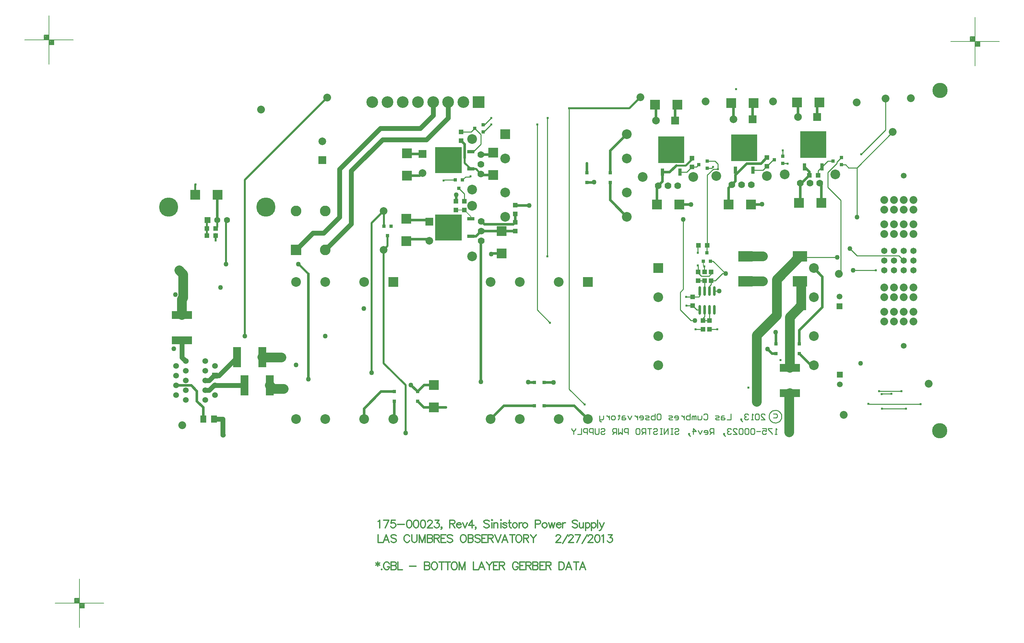
<source format=gbl>
%FSLAX23Y23*%
%MOIN*%
G70*
G01*
G75*
G04 Layer_Physical_Order=5*
G04 Layer_Color=16711680*
%ADD10O,0.024X0.079*%
%ADD11R,0.050X0.050*%
%ADD12O,0.014X0.067*%
%ADD13R,0.059X0.039*%
%ADD14R,0.036X0.036*%
%ADD15R,0.209X0.079*%
%ADD16C,0.010*%
%ADD17C,0.025*%
%ADD18C,0.050*%
%ADD19C,0.020*%
%ADD20C,0.100*%
%ADD21C,0.007*%
%ADD22C,0.012*%
%ADD23C,0.008*%
%ADD24C,0.012*%
%ADD25C,0.012*%
%ADD26R,0.100X0.100*%
%ADD27C,0.100*%
%ADD28R,0.100X0.100*%
%ADD29C,0.020*%
%ADD30C,0.063*%
%ADD31R,0.063X0.063*%
%ADD32C,0.070*%
%ADD33C,0.110*%
%ADD34R,0.110X0.110*%
%ADD35C,0.079*%
%ADD36C,0.059*%
%ADD37C,0.080*%
%ADD38C,0.065*%
%ADD39R,0.059X0.059*%
%ADD40R,0.059X0.059*%
%ADD41C,0.120*%
%ADD42R,0.120X0.120*%
%ADD43R,0.079X0.079*%
%ADD44R,0.079X0.079*%
%ADD45C,0.197*%
%ADD46C,0.157*%
%ADD47C,0.024*%
%ADD48C,0.050*%
%ADD49C,0.040*%
%ADD50C,0.005*%
G04:AMPARAMS|DCode=51|XSize=120mil|YSize=120mil|CornerRadius=0mil|HoleSize=0mil|Usage=FLASHONLY|Rotation=0.000|XOffset=0mil|YOffset=0mil|HoleType=Round|Shape=Relief|Width=10mil|Gap=10mil|Entries=4|*
%AMTHD51*
7,0,0,0.120,0.100,0.010,45*
%
%ADD51THD51*%
%ADD52C,0.030*%
%ADD53C,0.059*%
%ADD54C,0.060*%
G04:AMPARAMS|DCode=55|XSize=100mil|YSize=100mil|CornerRadius=0mil|HoleSize=0mil|Usage=FLASHONLY|Rotation=0.000|XOffset=0mil|YOffset=0mil|HoleType=Round|Shape=Relief|Width=10mil|Gap=10mil|Entries=4|*
%AMTHD55*
7,0,0,0.100,0.080,0.010,45*
%
%ADD55THD55*%
%ADD56C,0.091*%
%ADD57C,0.067*%
%ADD58C,0.170*%
%ADD59C,0.072*%
G04:AMPARAMS|DCode=60|XSize=112mil|YSize=112mil|CornerRadius=0mil|HoleSize=0mil|Usage=FLASHONLY|Rotation=0.000|XOffset=0mil|YOffset=0mil|HoleType=Round|Shape=Relief|Width=10mil|Gap=10mil|Entries=4|*
%AMTHD60*
7,0,0,0.112,0.092,0.010,45*
%
%ADD60THD60*%
%ADD61C,0.059*%
%ADD62C,0.055*%
G04:AMPARAMS|DCode=63|XSize=95.433mil|YSize=95.433mil|CornerRadius=0mil|HoleSize=0mil|Usage=FLASHONLY|Rotation=0.000|XOffset=0mil|YOffset=0mil|HoleType=Round|Shape=Relief|Width=10mil|Gap=10mil|Entries=4|*
%AMTHD63*
7,0,0,0.095,0.075,0.010,45*
%
%ADD63THD63*%
%ADD64C,0.090*%
G04:AMPARAMS|DCode=65|XSize=107.244mil|YSize=107.244mil|CornerRadius=0mil|HoleSize=0mil|Usage=FLASHONLY|Rotation=0.000|XOffset=0mil|YOffset=0mil|HoleType=Round|Shape=Relief|Width=10mil|Gap=10mil|Entries=4|*
%AMTHD65*
7,0,0,0.107,0.087,0.010,45*
%
%ADD65THD65*%
%ADD66C,0.145*%
%ADD67C,0.186*%
G04:AMPARAMS|DCode=68|XSize=70mil|YSize=70mil|CornerRadius=0mil|HoleSize=0mil|Usage=FLASHONLY|Rotation=0.000|XOffset=0mil|YOffset=0mil|HoleType=Round|Shape=Relief|Width=10mil|Gap=10mil|Entries=4|*
%AMTHD68*
7,0,0,0.070,0.050,0.010,45*
%
%ADD68THD68*%
%ADD69C,0.048*%
G04:AMPARAMS|DCode=70|XSize=88mil|YSize=88mil|CornerRadius=0mil|HoleSize=0mil|Usage=FLASHONLY|Rotation=0.000|XOffset=0mil|YOffset=0mil|HoleType=Round|Shape=Relief|Width=10mil|Gap=10mil|Entries=4|*
%AMTHD70*
7,0,0,0.088,0.068,0.010,45*
%
%ADD70THD70*%
%ADD71C,0.008*%
G04:AMPARAMS|DCode=72|XSize=99.37mil|YSize=99.37mil|CornerRadius=0mil|HoleSize=0mil|Usage=FLASHONLY|Rotation=0.000|XOffset=0mil|YOffset=0mil|HoleType=Round|Shape=Relief|Width=10mil|Gap=10mil|Entries=4|*
%AMTHD72*
7,0,0,0.099,0.079,0.010,45*
%
%ADD72THD72*%
%ADD73R,0.268X0.272*%
%ADD74R,0.037X0.075*%
%ADD75R,0.035X0.037*%
%ADD76R,0.035X0.037*%
%ADD77R,0.102X0.094*%
%ADD78R,0.063X0.075*%
%ADD79O,0.028X0.098*%
%ADD80R,0.036X0.032*%
%ADD81R,0.150X0.106*%
%ADD82R,0.050X0.050*%
%ADD83R,0.036X0.036*%
%ADD84R,0.272X0.268*%
%ADD85R,0.075X0.037*%
%ADD86R,0.032X0.036*%
%ADD87R,0.079X0.209*%
D11*
X21370Y18170D02*
D03*
Y18080D02*
D03*
X20847Y18208D02*
D03*
Y18118D02*
D03*
X21369Y17992D02*
D03*
Y17902D02*
D03*
X20759Y18119D02*
D03*
Y18209D02*
D03*
X23250Y17392D02*
D03*
Y17482D02*
D03*
X23383Y17481D02*
D03*
Y17391D02*
D03*
X20813Y18833D02*
D03*
Y18923D02*
D03*
X23956Y18568D02*
D03*
Y18658D02*
D03*
X23185Y18561D02*
D03*
Y18651D02*
D03*
X23191Y17225D02*
D03*
Y17135D02*
D03*
X23316Y17392D02*
D03*
Y17482D02*
D03*
X23300Y16981D02*
D03*
Y16891D02*
D03*
X23367D02*
D03*
Y16981D02*
D03*
D14*
X24118Y18672D02*
D03*
X24032Y18635D02*
D03*
X24118Y18598D02*
D03*
X23342Y18548D02*
D03*
X23256Y18585D02*
D03*
X23342Y18622D02*
D03*
X21038Y18923D02*
D03*
X20952Y18960D02*
D03*
X21038Y18997D02*
D03*
X24723Y18659D02*
D03*
X24637Y18622D02*
D03*
X24723Y18585D02*
D03*
D15*
X24191Y16497D02*
D03*
Y16237D02*
D03*
X17943Y17038D02*
D03*
Y16778D02*
D03*
D16*
X24107Y15995D02*
X24106Y16005D01*
X24104Y16014D01*
X24100Y16024D01*
X24095Y16032D01*
X24089Y16040D01*
X24082Y16046D01*
X24073Y16052D01*
X24064Y16056D01*
X24055Y16058D01*
X24045Y16060D01*
X24035Y16059D01*
X24025Y16057D01*
X24016Y16054D01*
X24007Y16049D01*
X23999Y16043D01*
X23992Y16036D01*
X23987Y16028D01*
X23982Y16019D01*
X23979Y16010D01*
X23978Y16000D01*
Y15990D01*
X23979Y15980D01*
X23982Y15971D01*
X23987Y15962D01*
X23992Y15954D01*
X23999Y15947D01*
X24007Y15941D01*
X24016Y15936D01*
X24025Y15933D01*
X24035Y15931D01*
X24045Y15930D01*
X24055Y15931D01*
X24064Y15934D01*
X24073Y15938D01*
X24082Y15943D01*
X24089Y15950D01*
X24095Y15958D01*
X24100Y15966D01*
X24104Y15975D01*
X24106Y15985D01*
X24107Y15995D01*
X24843Y17499D02*
X25076D01*
X25077Y17500D01*
X23404Y18540D02*
X23452D01*
X23343Y18479D02*
X23404Y18540D01*
X23343Y17755D02*
Y18479D01*
X23452Y18540D02*
Y18593D01*
X23423Y18622D02*
X23452Y18593D01*
X23342Y18622D02*
X23423D01*
X24118Y18672D02*
Y18732D01*
X25176Y18942D02*
Y19266D01*
X24927Y18693D02*
X25176Y18942D01*
X20632Y18423D02*
X20637Y18428D01*
X20753D01*
X21038Y18997D02*
X21052D01*
X21121Y19066D01*
X21699Y19060D02*
X21703Y19064D01*
X21699Y17641D02*
Y19060D01*
X24696Y17463D02*
X24715Y17482D01*
Y18220D01*
X24582Y18353D02*
X24715Y18220D01*
X24582Y18353D02*
Y18505D01*
X24675Y18598D01*
Y18611D01*
X24723Y18659D01*
X20952Y18959D02*
Y18960D01*
Y18959D02*
X21015Y18896D01*
Y18796D02*
Y18896D01*
X20940Y18720D02*
X21015Y18796D01*
X20911Y18720D02*
X20940D01*
X21595Y17091D02*
X21727Y16959D01*
X21595Y17091D02*
Y18998D01*
X21045Y18923D02*
X21121Y18999D01*
X21038Y18923D02*
X21045D01*
X20813D02*
X20915D01*
X20952Y18960D01*
X20790Y18342D02*
X20847Y18285D01*
Y18208D02*
Y18285D01*
X20859Y18460D02*
X20905D01*
X20910Y18465D01*
X20827Y18428D02*
X20859Y18460D01*
X23389Y18548D02*
X23403Y18562D01*
X23342Y18548D02*
X23389D01*
X23063Y18508D02*
X23132D01*
X23185Y18561D01*
X23232D01*
X23256Y18585D01*
X24797Y18553D02*
X24881D01*
X24765Y18585D02*
X24797Y18553D01*
X24723Y18585D02*
X24765D01*
X24482Y18476D02*
Y18522D01*
X24523Y18562D01*
X24582Y18622D01*
X24637D01*
X23811Y18528D02*
X23916D01*
X23956Y18568D01*
X24023Y18635D01*
X24032D01*
X24169Y18598D02*
X24170Y18597D01*
X24118Y18598D02*
X24169D01*
X23340Y17752D02*
X23343Y17755D01*
X23340Y17678D02*
Y17752D01*
X23377Y17592D02*
X23403D01*
X23531Y17464D01*
X23383Y17461D02*
Y17481D01*
X23362Y17440D02*
X23383Y17461D01*
X23281Y17440D02*
X23362D01*
X23250Y17471D02*
X23281Y17440D01*
X23250Y17471D02*
Y17482D01*
X23174Y16981D02*
X23215D01*
X23064Y17091D02*
X23174Y16981D01*
X23064Y17091D02*
Y17273D01*
X23096Y17305D01*
Y18021D01*
X24881Y18047D02*
Y18553D01*
X25250Y18922D01*
X22081Y16115D02*
Y16118D01*
X21923Y16276D02*
X22081Y16118D01*
X21923Y16276D02*
Y19167D01*
X24297Y17641D02*
X24306Y17632D01*
X24680D01*
X23247Y17549D02*
X23250Y17546D01*
Y17482D02*
Y17546D01*
X23312Y17486D02*
X23316Y17482D01*
X23312Y17486D02*
Y17539D01*
X23303Y17548D02*
X23312Y17539D01*
X23247Y17679D02*
Y17749D01*
X23253Y17755D01*
X23443Y16891D02*
X23444Y16892D01*
X23367Y16891D02*
X23443D01*
X23191Y17225D02*
X23254D01*
X23266Y17237D01*
Y17285D01*
X23124Y17225D02*
X23191D01*
Y17135D02*
X23234Y17092D01*
X23266D01*
X23128Y17135D02*
X23191D01*
X23464Y17285D02*
X23465Y17287D01*
X23416Y17285D02*
X23464D01*
X23223Y16892D02*
X23224Y16891D01*
X23300D01*
X23426Y17391D02*
X23499Y17464D01*
X23531D01*
X23316Y17285D02*
Y17392D01*
X23250D02*
X23316D01*
X23383Y17391D02*
X23426D01*
X23383Y17353D02*
Y17391D01*
X23366Y17336D02*
X23383Y17353D01*
X23366Y17285D02*
Y17336D01*
X23316Y17021D02*
Y17092D01*
X23300Y17005D02*
X23316Y17021D01*
X23300Y16981D02*
Y17005D01*
Y16981D02*
X23367D01*
Y17091D01*
X25312Y17649D02*
X25362Y17598D01*
X24882Y17649D02*
X25312D01*
X24810Y17721D02*
X24882Y17649D01*
X25109Y16254D02*
X25338D01*
X25134Y16227D02*
X25135Y16228D01*
X25236D01*
X25139Y16074D02*
X25384D01*
X25138Y16075D02*
X25139Y16074D01*
X25000Y16122D02*
X25537D01*
X24998Y16124D02*
X25000Y16122D01*
X24058Y15812D02*
X24038D01*
X24048D01*
Y15872D01*
X24058Y15862D01*
X24008Y15872D02*
X23968D01*
Y15862D01*
X24008Y15822D01*
Y15812D01*
X23908Y15872D02*
X23948D01*
Y15842D01*
X23928Y15852D01*
X23918D01*
X23908Y15842D01*
Y15822D01*
X23918Y15812D01*
X23938D01*
X23948Y15822D01*
X23888Y15842D02*
X23848D01*
X23828Y15862D02*
X23818Y15872D01*
X23798D01*
X23788Y15862D01*
Y15822D01*
X23798Y15812D01*
X23818D01*
X23828Y15822D01*
Y15862D01*
X23768D02*
X23758Y15872D01*
X23738D01*
X23728Y15862D01*
Y15822D01*
X23738Y15812D01*
X23758D01*
X23768Y15822D01*
Y15862D01*
X23708D02*
X23698Y15872D01*
X23678D01*
X23668Y15862D01*
Y15822D01*
X23678Y15812D01*
X23698D01*
X23708Y15822D01*
Y15862D01*
X23608Y15812D02*
X23648D01*
X23608Y15852D01*
Y15862D01*
X23618Y15872D01*
X23638D01*
X23648Y15862D01*
X23588D02*
X23578Y15872D01*
X23558D01*
X23548Y15862D01*
Y15852D01*
X23558Y15842D01*
X23568D01*
X23558D01*
X23548Y15832D01*
Y15822D01*
X23558Y15812D01*
X23578D01*
X23588Y15822D01*
X23518Y15802D02*
X23508Y15812D01*
Y15822D01*
X23518D01*
Y15812D01*
X23508D01*
X23518Y15802D01*
X23528Y15792D01*
X23408Y15812D02*
Y15872D01*
X23378D01*
X23368Y15862D01*
Y15842D01*
X23378Y15832D01*
X23408D01*
X23388D02*
X23368Y15812D01*
X23318D02*
X23338D01*
X23348Y15822D01*
Y15842D01*
X23338Y15852D01*
X23318D01*
X23308Y15842D01*
Y15832D01*
X23348D01*
X23288Y15852D02*
X23268Y15812D01*
X23248Y15852D01*
X23198Y15812D02*
Y15872D01*
X23228Y15842D01*
X23188D01*
X23158Y15802D02*
X23148Y15812D01*
Y15822D01*
X23158D01*
Y15812D01*
X23148D01*
X23158Y15802D01*
X23168Y15792D01*
X23008Y15862D02*
X23018Y15872D01*
X23038D01*
X23048Y15862D01*
Y15852D01*
X23038Y15842D01*
X23018D01*
X23008Y15832D01*
Y15822D01*
X23018Y15812D01*
X23038D01*
X23048Y15822D01*
X22989Y15872D02*
X22969D01*
X22979D01*
Y15812D01*
X22989D01*
X22969D01*
X22939D02*
Y15872D01*
X22899Y15812D01*
Y15872D01*
X22879D02*
X22859D01*
X22869D01*
Y15812D01*
X22879D01*
X22859D01*
X22789Y15862D02*
X22799Y15872D01*
X22819D01*
X22829Y15862D01*
Y15852D01*
X22819Y15842D01*
X22799D01*
X22789Y15832D01*
Y15822D01*
X22799Y15812D01*
X22819D01*
X22829Y15822D01*
X22769Y15872D02*
X22729D01*
X22749D01*
Y15812D01*
X22709D02*
Y15872D01*
X22679D01*
X22669Y15862D01*
Y15842D01*
X22679Y15832D01*
X22709D01*
X22689D02*
X22669Y15812D01*
X22619Y15872D02*
X22639D01*
X22649Y15862D01*
Y15822D01*
X22639Y15812D01*
X22619D01*
X22609Y15822D01*
Y15862D01*
X22619Y15872D01*
X22529Y15812D02*
Y15872D01*
X22499D01*
X22489Y15862D01*
Y15842D01*
X22499Y15832D01*
X22529D01*
X22469Y15872D02*
Y15812D01*
X22449Y15832D01*
X22429Y15812D01*
Y15872D01*
X22409Y15812D02*
Y15872D01*
X22379D01*
X22369Y15862D01*
Y15842D01*
X22379Y15832D01*
X22409D01*
X22389D02*
X22369Y15812D01*
X22249Y15862D02*
X22259Y15872D01*
X22279D01*
X22289Y15862D01*
Y15852D01*
X22279Y15842D01*
X22259D01*
X22249Y15832D01*
Y15822D01*
X22259Y15812D01*
X22279D01*
X22289Y15822D01*
X22229Y15872D02*
Y15822D01*
X22219Y15812D01*
X22199D01*
X22189Y15822D01*
Y15872D01*
X22169Y15812D02*
Y15872D01*
X22139D01*
X22129Y15862D01*
Y15842D01*
X22139Y15832D01*
X22169D01*
X22109Y15812D02*
Y15872D01*
X22079D01*
X22069Y15862D01*
Y15842D01*
X22079Y15832D01*
X22109D01*
X22049Y15872D02*
Y15812D01*
X22009D01*
X21989Y15872D02*
Y15862D01*
X21969Y15842D01*
X21949Y15862D01*
Y15872D01*
X21969Y15842D02*
Y15812D01*
X24023Y16022D02*
X24053D01*
X24063Y16012D01*
Y15992D01*
X24053Y15982D01*
X24023D01*
X23895Y15961D02*
X23935D01*
X23895Y16001D01*
Y16011D01*
X23905Y16021D01*
X23925D01*
X23935Y16011D01*
X23875D02*
X23865Y16021D01*
X23845D01*
X23835Y16011D01*
Y15971D01*
X23845Y15961D01*
X23865D01*
X23875Y15971D01*
Y16011D01*
X23815Y15961D02*
X23795D01*
X23805D01*
Y16021D01*
X23815Y16011D01*
X23765D02*
X23755Y16021D01*
X23735D01*
X23725Y16011D01*
Y16001D01*
X23735Y15991D01*
X23745D01*
X23735D01*
X23725Y15981D01*
Y15971D01*
X23735Y15961D01*
X23755D01*
X23765Y15971D01*
X23695Y15951D02*
X23685Y15961D01*
Y15971D01*
X23695D01*
Y15961D01*
X23685D01*
X23695Y15951D01*
X23705Y15941D01*
X23585Y16021D02*
Y15961D01*
X23545D01*
X23515Y16001D02*
X23495D01*
X23485Y15991D01*
Y15961D01*
X23515D01*
X23525Y15971D01*
X23515Y15981D01*
X23485D01*
X23465Y15961D02*
X23435D01*
X23425Y15971D01*
X23435Y15981D01*
X23455D01*
X23465Y15991D01*
X23455Y16001D01*
X23425D01*
X23305Y16011D02*
X23315Y16021D01*
X23335D01*
X23345Y16011D01*
Y15971D01*
X23335Y15961D01*
X23315D01*
X23305Y15971D01*
X23285Y16001D02*
Y15971D01*
X23275Y15961D01*
X23245D01*
Y16001D01*
X23225Y15961D02*
Y16001D01*
X23215D01*
X23205Y15991D01*
Y15961D01*
Y15991D01*
X23195Y16001D01*
X23185Y15991D01*
Y15961D01*
X23165Y16021D02*
Y15961D01*
X23135D01*
X23125Y15971D01*
Y15981D01*
Y15991D01*
X23135Y16001D01*
X23165D01*
X23105D02*
Y15961D01*
Y15981D01*
X23095Y15991D01*
X23085Y16001D01*
X23075D01*
X23015Y15961D02*
X23035D01*
X23045Y15971D01*
Y15991D01*
X23035Y16001D01*
X23015D01*
X23005Y15991D01*
Y15981D01*
X23045D01*
X22985Y15961D02*
X22955D01*
X22945Y15971D01*
X22955Y15981D01*
X22975D01*
X22985Y15991D01*
X22975Y16001D01*
X22945D01*
X22836Y16021D02*
X22856D01*
X22866Y16011D01*
Y15971D01*
X22856Y15961D01*
X22836D01*
X22826Y15971D01*
Y16011D01*
X22836Y16021D01*
X22806D02*
Y15961D01*
X22776D01*
X22766Y15971D01*
Y15981D01*
Y15991D01*
X22776Y16001D01*
X22806D01*
X22746Y15961D02*
X22716D01*
X22706Y15971D01*
X22716Y15981D01*
X22736D01*
X22746Y15991D01*
X22736Y16001D01*
X22706D01*
X22656Y15961D02*
X22676D01*
X22686Y15971D01*
Y15991D01*
X22676Y16001D01*
X22656D01*
X22646Y15991D01*
Y15981D01*
X22686D01*
X22626Y16001D02*
Y15961D01*
Y15981D01*
X22616Y15991D01*
X22606Y16001D01*
X22596D01*
X22566D02*
X22546Y15961D01*
X22526Y16001D01*
X22496D02*
X22476D01*
X22466Y15991D01*
Y15961D01*
X22496D01*
X22506Y15971D01*
X22496Y15981D01*
X22466D01*
X22436Y16011D02*
Y16001D01*
X22446D01*
X22426D01*
X22436D01*
Y15971D01*
X22426Y15961D01*
X22386D02*
X22366D01*
X22356Y15971D01*
Y15991D01*
X22366Y16001D01*
X22386D01*
X22396Y15991D01*
Y15971D01*
X22386Y15961D01*
X22336Y16001D02*
Y15961D01*
Y15981D01*
X22326Y15991D01*
X22316Y16001D01*
X22306D01*
X22276D02*
Y15971D01*
X22266Y15961D01*
X22236D01*
Y15951D01*
X22246Y15941D01*
X22256D01*
X22236Y15961D02*
Y16001D01*
D17*
X17882Y16314D02*
X18040D01*
X18097Y16257D01*
Y16153D02*
Y16257D01*
Y16153D02*
X18162Y16088D01*
X18304Y18270D02*
X18310Y18276D01*
X18304Y18014D02*
Y18270D01*
X20468Y17819D02*
X20486Y17801D01*
X20269Y17819D02*
X20468D01*
Y18016D02*
X20486Y17998D01*
X20262Y18016D02*
X20468D01*
X23185Y18640D02*
Y18651D01*
X22955Y18508D02*
X23024Y18577D01*
X22883Y18508D02*
X22955D01*
X23895Y18597D02*
X23956Y18658D01*
X23749Y18597D02*
X23895D01*
X23631Y18479D02*
X23749Y18597D01*
X23012Y19175D02*
X23037Y19201D01*
X23012Y19038D02*
Y19175D01*
X22807Y19201D02*
X22815Y19193D01*
Y19038D02*
Y19193D01*
X23175Y18176D02*
X23176Y18177D01*
X23054Y18176D02*
X23175D01*
X22839Y18369D02*
X22883Y18413D01*
X22824Y18354D02*
X22839Y18369D01*
X22883Y18413D02*
Y18508D01*
X22824Y18176D02*
Y18354D01*
X23902Y18176D02*
X23906Y18180D01*
X23791Y18176D02*
X23902D01*
X23595Y18378D02*
X23631Y18414D01*
X23561Y18344D02*
X23595Y18378D01*
X23631Y18414D02*
Y18479D01*
X23561Y18176D02*
Y18344D01*
X21123Y17666D02*
X21128Y17671D01*
X21229D01*
X21376Y18164D02*
X21511D01*
X21370Y18170D02*
X21376Y18164D01*
X21369Y17992D02*
X21370Y17993D01*
X21348Y17971D02*
X21369Y17992D01*
X21019Y18003D02*
X21051Y17971D01*
X21348D01*
X21370Y17993D02*
Y18080D01*
X21368Y17901D02*
X21369Y17902D01*
X21229Y17901D02*
X21368D01*
X21019Y17903D02*
X21021Y17901D01*
X21229D01*
X20759Y18209D02*
X20761Y18211D01*
Y18274D01*
X20964Y17849D02*
X21019Y17903D01*
X20912Y17849D02*
X20964D01*
X21016Y18490D02*
X21028Y18478D01*
X20813Y18833D02*
X20850Y18796D01*
Y18656D02*
Y18796D01*
X21028Y18478D02*
X21142D01*
X24047Y16861D02*
X24049Y16859D01*
Y16742D02*
Y16859D01*
X23589Y19218D02*
X23611Y19196D01*
Y19051D02*
Y19196D01*
X23808Y19207D02*
X23819Y19218D01*
X23808Y19051D02*
Y19207D01*
X23962Y16690D02*
X24010Y16642D01*
X24049D01*
X24439Y17521D02*
X24527Y17433D01*
Y17119D02*
Y17433D01*
X24289Y16881D02*
X24527Y17119D01*
X24289Y16742D02*
Y16881D01*
X24410Y16521D02*
X24439D01*
X24289Y16642D02*
X24410Y16521D01*
X22176Y18401D02*
X22179Y18404D01*
X22104Y18401D02*
X22176D01*
X20256Y18471D02*
X20387D01*
X20415Y18499D01*
X22104Y18501D02*
Y18599D01*
X22344Y18729D02*
X22515Y18900D01*
X22344Y18501D02*
Y18729D01*
X22344Y18221D02*
X22515Y18050D01*
X22344Y18221D02*
Y18401D01*
X21015Y17799D02*
X21019Y17803D01*
X21015Y16353D02*
Y17799D01*
X21502Y16350D02*
X21505Y16347D01*
X21566D01*
X21124Y18690D02*
X21142Y18708D01*
X21016Y18690D02*
X21124D01*
X20256Y18701D02*
X20261Y18696D01*
X20415D01*
X20249Y18029D02*
X20262Y18016D01*
X20249Y17799D02*
X20269Y17819D01*
X21763Y16347D02*
X21763Y16347D01*
X21666Y16347D02*
X21763D01*
X20297Y16320D02*
X20366Y16251D01*
X20296Y16320D02*
X20297D01*
X19242Y16379D02*
Y17461D01*
X20532Y16088D02*
X20657D01*
X21977Y16107D02*
X22114Y15970D01*
X21666Y16107D02*
X21977D01*
X21251Y16107D02*
X21566D01*
X21114Y15970D02*
X21251Y16107D01*
X20433Y16318D02*
X20532D01*
X20366Y16251D02*
X20433Y16318D01*
X20429Y16088D02*
X20532D01*
X20366Y16151D02*
X20429Y16088D01*
X20115Y15970D02*
X20126Y15981D01*
Y16151D01*
X19990Y16251D02*
X20126D01*
X19815Y16076D02*
X19990Y16251D01*
X19815Y15970D02*
Y16076D01*
X18162Y15968D02*
Y16088D01*
X24472Y19077D02*
Y19195D01*
X24495Y19218D01*
X24265D02*
X24275Y19208D01*
Y19077D02*
Y19208D01*
X24499Y18395D02*
X24514Y18380D01*
Y18193D02*
Y18380D01*
X24284Y18193D02*
X24299Y18208D01*
Y18395D01*
X24343Y18562D02*
X24392Y18513D01*
Y18476D02*
Y18513D01*
X24311Y18395D02*
X24392Y18476D01*
X24299Y18395D02*
X24311D01*
D18*
X18282Y16314D02*
X18585D01*
X18271D02*
X18282D01*
X18182Y16264D02*
X18221D01*
X18282Y16414D02*
X18321D01*
X18271D02*
X18282D01*
X18182Y16364D02*
X18221D01*
X17943Y16603D02*
X17982Y16564D01*
X17943Y16603D02*
Y16778D01*
X19116Y18110D02*
X19120Y18114D01*
X19416Y17710D02*
X19683Y17977D01*
Y18521D01*
X20004Y18842D01*
X20457D01*
X19116Y17710D02*
X19288Y17882D01*
X19400D01*
X19563Y18045D01*
Y18540D01*
X19983Y18960D01*
X20393D01*
X18363Y15807D02*
X18365Y15805D01*
X18363Y15807D02*
Y15968D01*
X18272D02*
X18363D01*
X18510Y16603D02*
Y16605D01*
X18321Y16414D02*
X18510Y16603D01*
X18221Y16364D02*
X18271Y16414D01*
X18221Y16264D02*
X18271Y16314D01*
X20457Y18842D02*
X20680Y19065D01*
Y19228D01*
X20393Y18960D02*
X20524Y19091D01*
Y19228D01*
D19*
X18290Y17929D02*
X18304Y17943D01*
Y18014D01*
X20850Y18602D02*
Y18656D01*
Y18602D02*
X20911Y18541D01*
X20965D02*
X21016Y18490D01*
X20911Y18541D02*
X20965D01*
X18590Y18430D02*
X19437Y19277D01*
X18590Y16822D02*
Y18430D01*
X22543Y19167D02*
X22655Y19279D01*
X21923Y19167D02*
X22543D01*
X19891Y16446D02*
Y17985D01*
X20016Y18110D01*
X20241Y15827D02*
Y16318D01*
X20016Y16543D02*
X20241Y16318D01*
X20016Y16543D02*
Y17710D01*
Y18110D02*
X20018Y18108D01*
Y17953D02*
Y18108D01*
X20016Y17710D02*
X20055Y17749D01*
Y17855D01*
X18080Y18382D02*
X18081Y18383D01*
X18080Y18276D02*
Y18382D01*
X18395Y17561D02*
Y18014D01*
X19140Y17561D02*
X19142D01*
X19242Y17461D01*
X18290Y17806D02*
Y17873D01*
X18200Y17857D02*
Y18014D01*
X23122Y18577D02*
X23185Y18640D01*
X23024Y18577D02*
X23122D01*
D20*
X18772Y16603D02*
X18965D01*
X18770Y16605D02*
X18772Y16603D01*
X18879Y16280D02*
X18990D01*
X18845Y16314D02*
X18879Y16280D01*
X17915Y17498D02*
X17957Y17456D01*
Y17217D02*
Y17456D01*
X17943Y17203D02*
X17957Y17217D01*
X17943Y17038D02*
Y17203D01*
X24297Y17385D02*
X24310Y17372D01*
Y17135D02*
Y17372D01*
X24191Y17016D02*
X24310Y17135D01*
X24191Y16497D02*
Y17016D01*
X24186Y16232D02*
X24191Y16237D01*
X24186Y15832D02*
Y16232D01*
X24058Y17135D02*
Y17402D01*
Y17035D02*
Y17135D01*
X23852Y16829D02*
X24058Y17035D01*
X23852Y16145D02*
Y16829D01*
X24058Y17402D02*
X24297Y17641D01*
X23737D02*
X23915D01*
X23737Y17385D02*
X23915D01*
D21*
X23303Y17548D02*
X23303Y17549D01*
Y17592D01*
D22*
X19956Y14499D02*
Y14454D01*
X19937Y14488D02*
X19975Y14465D01*
Y14488D02*
X19937Y14465D01*
X19995Y14427D02*
X19991Y14423D01*
X19995Y14419D01*
X19999Y14423D01*
X19995Y14427D01*
X20074Y14480D02*
X20070Y14488D01*
X20062Y14496D01*
X20055Y14499D01*
X20039D01*
X20032Y14496D01*
X20024Y14488D01*
X20020Y14480D01*
X20017Y14469D01*
Y14450D01*
X20020Y14439D01*
X20024Y14431D01*
X20032Y14423D01*
X20039Y14419D01*
X20055D01*
X20062Y14423D01*
X20070Y14431D01*
X20074Y14439D01*
Y14450D01*
X20055D02*
X20074D01*
X20092Y14499D02*
Y14419D01*
Y14499D02*
X20126D01*
X20138Y14496D01*
X20142Y14492D01*
X20145Y14484D01*
Y14477D01*
X20142Y14469D01*
X20138Y14465D01*
X20126Y14461D01*
X20092D02*
X20126D01*
X20138Y14458D01*
X20142Y14454D01*
X20145Y14446D01*
Y14435D01*
X20142Y14427D01*
X20138Y14423D01*
X20126Y14419D01*
X20092D01*
X20163Y14499D02*
Y14419D01*
X20209D01*
X20281Y14454D02*
X20349D01*
X20436Y14499D02*
Y14419D01*
Y14499D02*
X20470D01*
X20481Y14496D01*
X20485Y14492D01*
X20489Y14484D01*
Y14477D01*
X20485Y14469D01*
X20481Y14465D01*
X20470Y14461D01*
X20436D02*
X20470D01*
X20481Y14458D01*
X20485Y14454D01*
X20489Y14446D01*
Y14435D01*
X20485Y14427D01*
X20481Y14423D01*
X20470Y14419D01*
X20436D01*
X20530Y14499D02*
X20522Y14496D01*
X20514Y14488D01*
X20511Y14480D01*
X20507Y14469D01*
Y14450D01*
X20511Y14439D01*
X20514Y14431D01*
X20522Y14423D01*
X20530Y14419D01*
X20545D01*
X20553Y14423D01*
X20560Y14431D01*
X20564Y14439D01*
X20568Y14450D01*
Y14469D01*
X20564Y14480D01*
X20560Y14488D01*
X20553Y14496D01*
X20545Y14499D01*
X20530D01*
X20613D02*
Y14419D01*
X20586Y14499D02*
X20640D01*
X20676D02*
Y14419D01*
X20649Y14499D02*
X20703D01*
X20735D02*
X20727Y14496D01*
X20720Y14488D01*
X20716Y14480D01*
X20712Y14469D01*
Y14450D01*
X20716Y14439D01*
X20720Y14431D01*
X20727Y14423D01*
X20735Y14419D01*
X20750D01*
X20758Y14423D01*
X20765Y14431D01*
X20769Y14439D01*
X20773Y14450D01*
Y14469D01*
X20769Y14480D01*
X20765Y14488D01*
X20758Y14496D01*
X20750Y14499D01*
X20735D01*
X20792D02*
Y14419D01*
Y14499D02*
X20822Y14419D01*
X20853Y14499D02*
X20822Y14419D01*
X20853Y14499D02*
Y14419D01*
X20938Y14499D02*
Y14419D01*
X20984D01*
X21054D02*
X21023Y14499D01*
X20993Y14419D01*
X21004Y14446D02*
X21042D01*
X21072Y14499D02*
X21103Y14461D01*
Y14419D01*
X21133Y14499D02*
X21103Y14461D01*
X21193Y14499D02*
X21144D01*
Y14419D01*
X21193D01*
X21144Y14461D02*
X21174D01*
X21206Y14499D02*
Y14419D01*
Y14499D02*
X21241D01*
X21252Y14496D01*
X21256Y14492D01*
X21260Y14484D01*
Y14477D01*
X21256Y14469D01*
X21252Y14465D01*
X21241Y14461D01*
X21206D01*
X21233D02*
X21260Y14419D01*
X21398Y14480D02*
X21394Y14488D01*
X21386Y14496D01*
X21379Y14499D01*
X21363D01*
X21356Y14496D01*
X21348Y14488D01*
X21344Y14480D01*
X21341Y14469D01*
Y14450D01*
X21344Y14439D01*
X21348Y14431D01*
X21356Y14423D01*
X21363Y14419D01*
X21379D01*
X21386Y14423D01*
X21394Y14431D01*
X21398Y14439D01*
Y14450D01*
X21379D02*
X21398D01*
X21465Y14499D02*
X21416D01*
Y14419D01*
X21465D01*
X21416Y14461D02*
X21446D01*
X21479Y14499D02*
Y14419D01*
Y14499D02*
X21513D01*
X21524Y14496D01*
X21528Y14492D01*
X21532Y14484D01*
Y14477D01*
X21528Y14469D01*
X21524Y14465D01*
X21513Y14461D01*
X21479D01*
X21505D02*
X21532Y14419D01*
X21550Y14499D02*
Y14419D01*
Y14499D02*
X21584D01*
X21596Y14496D01*
X21600Y14492D01*
X21603Y14484D01*
Y14477D01*
X21600Y14469D01*
X21596Y14465D01*
X21584Y14461D01*
X21550D02*
X21584D01*
X21596Y14458D01*
X21600Y14454D01*
X21603Y14446D01*
Y14435D01*
X21600Y14427D01*
X21596Y14423D01*
X21584Y14419D01*
X21550D01*
X21671Y14499D02*
X21621D01*
Y14419D01*
X21671D01*
X21621Y14461D02*
X21652D01*
X21684Y14499D02*
Y14419D01*
Y14499D02*
X21718D01*
X21730Y14496D01*
X21734Y14492D01*
X21737Y14484D01*
Y14477D01*
X21734Y14469D01*
X21730Y14465D01*
X21718Y14461D01*
X21684D01*
X21711D02*
X21737Y14419D01*
X21818Y14499D02*
Y14419D01*
Y14499D02*
X21845D01*
X21856Y14496D01*
X21864Y14488D01*
X21868Y14480D01*
X21871Y14469D01*
Y14450D01*
X21868Y14439D01*
X21864Y14431D01*
X21856Y14423D01*
X21845Y14419D01*
X21818D01*
X21950D02*
X21920Y14499D01*
X21889Y14419D01*
X21901Y14446D02*
X21939D01*
X21996Y14499D02*
Y14419D01*
X21969Y14499D02*
X22022D01*
X22093Y14419D02*
X22062Y14499D01*
X22032Y14419D01*
X22043Y14446D02*
X22081D01*
D23*
X20912Y18028D02*
Y18053D01*
X20847Y18118D02*
X20912Y18053D01*
X20846Y18119D02*
X20847Y18118D01*
X20759Y18119D02*
X20846D01*
X26066Y19877D02*
X26076D01*
X26066Y19872D02*
Y19882D01*
Y19872D02*
X26076D01*
Y19882D01*
X26066D02*
X26076D01*
X26061Y19867D02*
Y19882D01*
Y19867D02*
X26081D01*
Y19887D01*
X26061D02*
X26081D01*
X26056Y19862D02*
Y19887D01*
Y19862D02*
X26086D01*
Y19892D01*
X26056D02*
X26086D01*
X26051Y19857D02*
Y19897D01*
Y19857D02*
X26091D01*
Y19897D01*
X26051D02*
X26091D01*
X26116Y19827D02*
X26126D01*
X26116Y19822D02*
Y19832D01*
Y19822D02*
X26126D01*
Y19832D01*
X26116D02*
X26126D01*
X26111Y19817D02*
Y19832D01*
Y19817D02*
X26131D01*
Y19837D01*
X26111D02*
X26131D01*
X26106Y19812D02*
Y19837D01*
Y19812D02*
X26136D01*
Y19842D01*
X26106D02*
X26136D01*
X26101Y19807D02*
Y19847D01*
Y19807D02*
X26141D01*
Y19847D01*
X26101D02*
X26141D01*
X26096Y19802D02*
X26146D01*
Y19852D01*
X26046Y19902D02*
X26096D01*
X26046Y19852D02*
Y19902D01*
X26096Y19602D02*
Y20102D01*
X25846Y19852D02*
X26346D01*
X16547Y19893D02*
X16557D01*
X16547Y19888D02*
Y19898D01*
Y19888D02*
X16557D01*
Y19898D01*
X16547D02*
X16557D01*
X16542Y19883D02*
Y19898D01*
Y19883D02*
X16562D01*
Y19903D01*
X16542D02*
X16562D01*
X16537Y19878D02*
Y19903D01*
Y19878D02*
X16567D01*
Y19908D01*
X16537D02*
X16567D01*
X16532Y19873D02*
Y19913D01*
Y19873D02*
X16572D01*
Y19913D01*
X16532D02*
X16572D01*
X16597Y19843D02*
X16607D01*
X16597Y19838D02*
Y19848D01*
Y19838D02*
X16607D01*
Y19848D01*
X16597D02*
X16607D01*
X16592Y19833D02*
Y19848D01*
Y19833D02*
X16612D01*
Y19853D01*
X16592D02*
X16612D01*
X16587Y19828D02*
Y19853D01*
Y19828D02*
X16617D01*
Y19858D01*
X16587D02*
X16617D01*
X16582Y19823D02*
Y19863D01*
Y19823D02*
X16622D01*
Y19863D01*
X16582D02*
X16622D01*
X16577Y19818D02*
X16627D01*
Y19868D01*
X16527Y19918D02*
X16577D01*
X16527Y19868D02*
Y19918D01*
X16577Y19618D02*
Y20118D01*
X16327Y19868D02*
X16827D01*
X16860Y14102D02*
X16870D01*
X16860Y14097D02*
Y14107D01*
Y14097D02*
X16870D01*
Y14107D01*
X16860D02*
X16870D01*
X16855Y14092D02*
Y14107D01*
Y14092D02*
X16875D01*
Y14112D01*
X16855D02*
X16875D01*
X16850Y14087D02*
Y14112D01*
Y14087D02*
X16880D01*
Y14117D01*
X16850D02*
X16880D01*
X16845Y14082D02*
Y14122D01*
Y14082D02*
X16885D01*
Y14122D01*
X16845D02*
X16885D01*
X16910Y14052D02*
X16920D01*
X16910Y14047D02*
Y14057D01*
Y14047D02*
X16920D01*
Y14057D01*
X16910D02*
X16920D01*
X16905Y14042D02*
Y14057D01*
Y14042D02*
X16925D01*
Y14062D01*
X16905D02*
X16925D01*
X16900Y14037D02*
Y14062D01*
Y14037D02*
X16930D01*
Y14067D01*
X16900D02*
X16930D01*
X16895Y14032D02*
Y14072D01*
Y14032D02*
X16935D01*
Y14072D01*
X16895D02*
X16935D01*
X16890Y14027D02*
X16940D01*
Y14077D01*
X16840Y14127D02*
X16890D01*
X16840Y14077D02*
Y14127D01*
X16890Y13827D02*
Y14327D01*
X16640Y14077D02*
X17140D01*
D24*
X19958Y14780D02*
Y14700D01*
X20004D01*
X20073D02*
X20043Y14780D01*
X20013Y14700D01*
X20024Y14727D02*
X20062D01*
X20145Y14769D02*
X20138Y14776D01*
X20126Y14780D01*
X20111D01*
X20100Y14776D01*
X20092Y14769D01*
Y14761D01*
X20096Y14753D01*
X20100Y14750D01*
X20107Y14746D01*
X20130Y14738D01*
X20138Y14734D01*
X20142Y14731D01*
X20145Y14723D01*
Y14711D01*
X20138Y14704D01*
X20126Y14700D01*
X20111D01*
X20100Y14704D01*
X20092Y14711D01*
X20283Y14761D02*
X20280Y14769D01*
X20272Y14776D01*
X20264Y14780D01*
X20249D01*
X20241Y14776D01*
X20234Y14769D01*
X20230Y14761D01*
X20226Y14750D01*
Y14731D01*
X20230Y14719D01*
X20234Y14711D01*
X20241Y14704D01*
X20249Y14700D01*
X20264D01*
X20272Y14704D01*
X20280Y14711D01*
X20283Y14719D01*
X20306Y14780D02*
Y14723D01*
X20310Y14711D01*
X20317Y14704D01*
X20329Y14700D01*
X20336D01*
X20348Y14704D01*
X20355Y14711D01*
X20359Y14723D01*
Y14780D01*
X20381D02*
Y14700D01*
Y14780D02*
X20412Y14700D01*
X20442Y14780D02*
X20412Y14700D01*
X20442Y14780D02*
Y14700D01*
X20465Y14780D02*
Y14700D01*
Y14780D02*
X20499D01*
X20511Y14776D01*
X20515Y14772D01*
X20518Y14765D01*
Y14757D01*
X20515Y14750D01*
X20511Y14746D01*
X20499Y14742D01*
X20465D02*
X20499D01*
X20511Y14738D01*
X20515Y14734D01*
X20518Y14727D01*
Y14715D01*
X20515Y14708D01*
X20511Y14704D01*
X20499Y14700D01*
X20465D01*
X20536Y14780D02*
Y14700D01*
Y14780D02*
X20570D01*
X20582Y14776D01*
X20586Y14772D01*
X20590Y14765D01*
Y14757D01*
X20586Y14750D01*
X20582Y14746D01*
X20570Y14742D01*
X20536D01*
X20563D02*
X20590Y14700D01*
X20657Y14780D02*
X20607D01*
Y14700D01*
X20657D01*
X20607Y14742D02*
X20638D01*
X20724Y14769D02*
X20716Y14776D01*
X20705Y14780D01*
X20689D01*
X20678Y14776D01*
X20670Y14769D01*
Y14761D01*
X20674Y14753D01*
X20678Y14750D01*
X20686Y14746D01*
X20708Y14738D01*
X20716Y14734D01*
X20720Y14731D01*
X20724Y14723D01*
Y14711D01*
X20716Y14704D01*
X20705Y14700D01*
X20689D01*
X20678Y14704D01*
X20670Y14711D01*
X20827Y14780D02*
X20820Y14776D01*
X20812Y14769D01*
X20808Y14761D01*
X20804Y14750D01*
Y14731D01*
X20808Y14719D01*
X20812Y14711D01*
X20820Y14704D01*
X20827Y14700D01*
X20842D01*
X20850Y14704D01*
X20858Y14711D01*
X20861Y14719D01*
X20865Y14731D01*
Y14750D01*
X20861Y14761D01*
X20858Y14769D01*
X20850Y14776D01*
X20842Y14780D01*
X20827D01*
X20884D02*
Y14700D01*
Y14780D02*
X20918D01*
X20930Y14776D01*
X20933Y14772D01*
X20937Y14765D01*
Y14757D01*
X20933Y14750D01*
X20930Y14746D01*
X20918Y14742D01*
X20884D02*
X20918D01*
X20930Y14738D01*
X20933Y14734D01*
X20937Y14727D01*
Y14715D01*
X20933Y14708D01*
X20930Y14704D01*
X20918Y14700D01*
X20884D01*
X21008Y14769D02*
X21001Y14776D01*
X20989Y14780D01*
X20974D01*
X20963Y14776D01*
X20955Y14769D01*
Y14761D01*
X20959Y14753D01*
X20963Y14750D01*
X20970Y14746D01*
X20993Y14738D01*
X21001Y14734D01*
X21005Y14731D01*
X21008Y14723D01*
Y14711D01*
X21001Y14704D01*
X20989Y14700D01*
X20974D01*
X20963Y14704D01*
X20955Y14711D01*
X21076Y14780D02*
X21026D01*
Y14700D01*
X21076D01*
X21026Y14742D02*
X21057D01*
X21089Y14780D02*
Y14700D01*
Y14780D02*
X21124D01*
X21135Y14776D01*
X21139Y14772D01*
X21143Y14765D01*
Y14757D01*
X21139Y14750D01*
X21135Y14746D01*
X21124Y14742D01*
X21089D01*
X21116D02*
X21143Y14700D01*
X21160Y14780D02*
X21191Y14700D01*
X21221Y14780D02*
X21191Y14700D01*
X21293D02*
X21262Y14780D01*
X21232Y14700D01*
X21243Y14727D02*
X21281D01*
X21338Y14780D02*
Y14700D01*
X21311Y14780D02*
X21365D01*
X21397D02*
X21389Y14776D01*
X21382Y14769D01*
X21378Y14761D01*
X21374Y14750D01*
Y14731D01*
X21378Y14719D01*
X21382Y14711D01*
X21389Y14704D01*
X21397Y14700D01*
X21412D01*
X21420Y14704D01*
X21427Y14711D01*
X21431Y14719D01*
X21435Y14731D01*
Y14750D01*
X21431Y14761D01*
X21427Y14769D01*
X21420Y14776D01*
X21412Y14780D01*
X21397D01*
X21454D02*
Y14700D01*
Y14780D02*
X21488D01*
X21499Y14776D01*
X21503Y14772D01*
X21507Y14765D01*
Y14757D01*
X21503Y14750D01*
X21499Y14746D01*
X21488Y14742D01*
X21454D01*
X21480D02*
X21507Y14700D01*
X21525Y14780D02*
X21555Y14742D01*
Y14700D01*
X21586Y14780D02*
X21555Y14742D01*
X21789Y14761D02*
Y14765D01*
X21792Y14772D01*
X21796Y14776D01*
X21804Y14780D01*
X21819D01*
X21827Y14776D01*
X21830Y14772D01*
X21834Y14765D01*
Y14757D01*
X21830Y14750D01*
X21823Y14738D01*
X21785Y14700D01*
X21838D01*
X21856Y14689D02*
X21909Y14780D01*
X21918Y14761D02*
Y14765D01*
X21922Y14772D01*
X21926Y14776D01*
X21934Y14780D01*
X21949D01*
X21956Y14776D01*
X21960Y14772D01*
X21964Y14765D01*
Y14757D01*
X21960Y14750D01*
X21953Y14738D01*
X21915Y14700D01*
X21968D01*
X22039Y14780D02*
X22001Y14700D01*
X21986Y14780D02*
X22039D01*
X22057Y14689D02*
X22110Y14780D01*
X22119Y14761D02*
Y14765D01*
X22123Y14772D01*
X22127Y14776D01*
X22135Y14780D01*
X22150D01*
X22158Y14776D01*
X22161Y14772D01*
X22165Y14765D01*
Y14757D01*
X22161Y14750D01*
X22154Y14738D01*
X22116Y14700D01*
X22169D01*
X22210Y14780D02*
X22198Y14776D01*
X22191Y14765D01*
X22187Y14746D01*
Y14734D01*
X22191Y14715D01*
X22198Y14704D01*
X22210Y14700D01*
X22217D01*
X22229Y14704D01*
X22236Y14715D01*
X22240Y14734D01*
Y14746D01*
X22236Y14765D01*
X22229Y14776D01*
X22217Y14780D01*
X22210D01*
X22258Y14765D02*
X22266Y14769D01*
X22277Y14780D01*
Y14700D01*
X22324Y14780D02*
X22366D01*
X22343Y14750D01*
X22355D01*
X22362Y14746D01*
X22366Y14742D01*
X22370Y14731D01*
Y14723D01*
X22366Y14711D01*
X22359Y14704D01*
X22347Y14700D01*
X22336D01*
X22324Y14704D01*
X22321Y14708D01*
X22317Y14715D01*
D25*
X19958Y14915D02*
X19966Y14919D01*
X19977Y14930D01*
Y14850D01*
X20070Y14930D02*
X20032Y14850D01*
X20017Y14930D02*
X20070D01*
X20134D02*
X20096D01*
X20092Y14896D01*
X20096Y14900D01*
X20107Y14903D01*
X20118D01*
X20130Y14900D01*
X20137Y14892D01*
X20141Y14881D01*
Y14873D01*
X20137Y14861D01*
X20130Y14854D01*
X20118Y14850D01*
X20107D01*
X20096Y14854D01*
X20092Y14858D01*
X20088Y14865D01*
X20159Y14884D02*
X20228D01*
X20274Y14930D02*
X20263Y14926D01*
X20255Y14915D01*
X20251Y14896D01*
Y14884D01*
X20255Y14865D01*
X20263Y14854D01*
X20274Y14850D01*
X20282D01*
X20293Y14854D01*
X20301Y14865D01*
X20305Y14884D01*
Y14896D01*
X20301Y14915D01*
X20293Y14926D01*
X20282Y14930D01*
X20274D01*
X20345D02*
X20334Y14926D01*
X20326Y14915D01*
X20323Y14896D01*
Y14884D01*
X20326Y14865D01*
X20334Y14854D01*
X20345Y14850D01*
X20353D01*
X20364Y14854D01*
X20372Y14865D01*
X20376Y14884D01*
Y14896D01*
X20372Y14915D01*
X20364Y14926D01*
X20353Y14930D01*
X20345D01*
X20417D02*
X20405Y14926D01*
X20398Y14915D01*
X20394Y14896D01*
Y14884D01*
X20398Y14865D01*
X20405Y14854D01*
X20417Y14850D01*
X20424D01*
X20436Y14854D01*
X20443Y14865D01*
X20447Y14884D01*
Y14896D01*
X20443Y14915D01*
X20436Y14926D01*
X20424Y14930D01*
X20417D01*
X20469Y14911D02*
Y14915D01*
X20473Y14922D01*
X20476Y14926D01*
X20484Y14930D01*
X20499D01*
X20507Y14926D01*
X20511Y14922D01*
X20515Y14915D01*
Y14907D01*
X20511Y14900D01*
X20503Y14888D01*
X20465Y14850D01*
X20518D01*
X20544Y14930D02*
X20586D01*
X20563Y14900D01*
X20574D01*
X20582Y14896D01*
X20586Y14892D01*
X20590Y14881D01*
Y14873D01*
X20586Y14861D01*
X20578Y14854D01*
X20567Y14850D01*
X20555D01*
X20544Y14854D01*
X20540Y14858D01*
X20536Y14865D01*
X20615Y14854D02*
X20611Y14850D01*
X20607Y14854D01*
X20611Y14858D01*
X20615Y14854D01*
Y14846D01*
X20611Y14839D01*
X20607Y14835D01*
X20695Y14930D02*
Y14850D01*
Y14930D02*
X20730D01*
X20741Y14926D01*
X20745Y14922D01*
X20749Y14915D01*
Y14907D01*
X20745Y14900D01*
X20741Y14896D01*
X20730Y14892D01*
X20695D01*
X20722D02*
X20749Y14850D01*
X20767Y14881D02*
X20812D01*
Y14888D01*
X20809Y14896D01*
X20805Y14900D01*
X20797Y14903D01*
X20786D01*
X20778Y14900D01*
X20770Y14892D01*
X20767Y14881D01*
Y14873D01*
X20770Y14861D01*
X20778Y14854D01*
X20786Y14850D01*
X20797D01*
X20805Y14854D01*
X20812Y14861D01*
X20829Y14903D02*
X20852Y14850D01*
X20875Y14903D02*
X20852Y14850D01*
X20926Y14930D02*
X20888Y14877D01*
X20945D01*
X20926Y14930D02*
Y14850D01*
X20967Y14854D02*
X20963Y14850D01*
X20959Y14854D01*
X20963Y14858D01*
X20967Y14854D01*
Y14846D01*
X20963Y14839D01*
X20959Y14835D01*
X21101Y14919D02*
X21093Y14926D01*
X21082Y14930D01*
X21066D01*
X21055Y14926D01*
X21047Y14919D01*
Y14911D01*
X21051Y14903D01*
X21055Y14900D01*
X21063Y14896D01*
X21085Y14888D01*
X21093Y14884D01*
X21097Y14881D01*
X21101Y14873D01*
Y14861D01*
X21093Y14854D01*
X21082Y14850D01*
X21066D01*
X21055Y14854D01*
X21047Y14861D01*
X21126Y14930D02*
X21130Y14926D01*
X21134Y14930D01*
X21130Y14934D01*
X21126Y14930D01*
X21130Y14903D02*
Y14850D01*
X21148Y14903D02*
Y14850D01*
Y14888D02*
X21159Y14900D01*
X21167Y14903D01*
X21178D01*
X21186Y14900D01*
X21190Y14888D01*
Y14850D01*
X21218Y14930D02*
X21222Y14926D01*
X21226Y14930D01*
X21222Y14934D01*
X21218Y14930D01*
X21222Y14903D02*
Y14850D01*
X21282Y14892D02*
X21278Y14900D01*
X21267Y14903D01*
X21255D01*
X21244Y14900D01*
X21240Y14892D01*
X21244Y14884D01*
X21251Y14881D01*
X21271Y14877D01*
X21278Y14873D01*
X21282Y14865D01*
Y14861D01*
X21278Y14854D01*
X21267Y14850D01*
X21255D01*
X21244Y14854D01*
X21240Y14861D01*
X21310Y14930D02*
Y14865D01*
X21314Y14854D01*
X21322Y14850D01*
X21329D01*
X21299Y14903D02*
X21325D01*
X21360D02*
X21352Y14900D01*
X21344Y14892D01*
X21341Y14881D01*
Y14873D01*
X21344Y14861D01*
X21352Y14854D01*
X21360Y14850D01*
X21371D01*
X21379Y14854D01*
X21386Y14861D01*
X21390Y14873D01*
Y14881D01*
X21386Y14892D01*
X21379Y14900D01*
X21371Y14903D01*
X21360D01*
X21408D02*
Y14850D01*
Y14881D02*
X21411Y14892D01*
X21419Y14900D01*
X21427Y14903D01*
X21438D01*
X21464D02*
X21457Y14900D01*
X21449Y14892D01*
X21445Y14881D01*
Y14873D01*
X21449Y14861D01*
X21457Y14854D01*
X21464Y14850D01*
X21476D01*
X21483Y14854D01*
X21491Y14861D01*
X21495Y14873D01*
Y14881D01*
X21491Y14892D01*
X21483Y14900D01*
X21476Y14903D01*
X21464D01*
X21575Y14888D02*
X21610D01*
X21621Y14892D01*
X21625Y14896D01*
X21629Y14903D01*
Y14915D01*
X21625Y14922D01*
X21621Y14926D01*
X21610Y14930D01*
X21575D01*
Y14850D01*
X21665Y14903D02*
X21658Y14900D01*
X21650Y14892D01*
X21646Y14881D01*
Y14873D01*
X21650Y14861D01*
X21658Y14854D01*
X21665Y14850D01*
X21677D01*
X21685Y14854D01*
X21692Y14861D01*
X21696Y14873D01*
Y14881D01*
X21692Y14892D01*
X21685Y14900D01*
X21677Y14903D01*
X21665D01*
X21713D02*
X21729Y14850D01*
X21744Y14903D02*
X21729Y14850D01*
X21744Y14903D02*
X21759Y14850D01*
X21774Y14903D02*
X21759Y14850D01*
X21793Y14881D02*
X21839D01*
Y14888D01*
X21835Y14896D01*
X21831Y14900D01*
X21824Y14903D01*
X21812D01*
X21805Y14900D01*
X21797Y14892D01*
X21793Y14881D01*
Y14873D01*
X21797Y14861D01*
X21805Y14854D01*
X21812Y14850D01*
X21824D01*
X21831Y14854D01*
X21839Y14861D01*
X21856Y14903D02*
Y14850D01*
Y14881D02*
X21860Y14892D01*
X21867Y14900D01*
X21875Y14903D01*
X21886D01*
X22010Y14919D02*
X22002Y14926D01*
X21991Y14930D01*
X21976D01*
X21964Y14926D01*
X21956Y14919D01*
Y14911D01*
X21960Y14903D01*
X21964Y14900D01*
X21972Y14896D01*
X21995Y14888D01*
X22002Y14884D01*
X22006Y14881D01*
X22010Y14873D01*
Y14861D01*
X22002Y14854D01*
X21991Y14850D01*
X21976D01*
X21964Y14854D01*
X21956Y14861D01*
X22028Y14903D02*
Y14865D01*
X22032Y14854D01*
X22039Y14850D01*
X22051D01*
X22058Y14854D01*
X22070Y14865D01*
Y14903D02*
Y14850D01*
X22091Y14903D02*
Y14823D01*
Y14892D02*
X22098Y14900D01*
X22106Y14903D01*
X22117D01*
X22125Y14900D01*
X22132Y14892D01*
X22136Y14881D01*
Y14873D01*
X22132Y14861D01*
X22125Y14854D01*
X22117Y14850D01*
X22106D01*
X22098Y14854D01*
X22091Y14861D01*
X22153Y14903D02*
Y14823D01*
Y14892D02*
X22161Y14900D01*
X22169Y14903D01*
X22180D01*
X22188Y14900D01*
X22195Y14892D01*
X22199Y14881D01*
Y14873D01*
X22195Y14861D01*
X22188Y14854D01*
X22180Y14850D01*
X22169D01*
X22161Y14854D01*
X22153Y14861D01*
X22216Y14930D02*
Y14850D01*
X22237Y14903D02*
X22260Y14850D01*
X22283Y14903D02*
X22260Y14850D01*
X22252Y14835D01*
X22244Y14827D01*
X22237Y14823D01*
X22233D01*
D26*
X24494Y19227D02*
D03*
X24264D02*
D03*
X18080Y18276D02*
D03*
X18310D02*
D03*
X24284Y18193D02*
D03*
X24514D02*
D03*
X23791Y18176D02*
D03*
X23561D02*
D03*
X23589Y19218D02*
D03*
X23819D02*
D03*
X23054Y18176D02*
D03*
X22824D02*
D03*
X22807Y19201D02*
D03*
X23037D02*
D03*
X22839Y17521D02*
D03*
X21265Y18900D02*
D03*
D27*
X22839Y17221D02*
D03*
Y16821D02*
D03*
Y16521D02*
D03*
X24439D02*
D03*
Y16821D02*
D03*
Y17221D02*
D03*
Y17521D02*
D03*
X22515Y18900D02*
D03*
Y18650D02*
D03*
Y18300D02*
D03*
Y18050D02*
D03*
X21265D02*
D03*
Y18300D02*
D03*
Y18650D02*
D03*
X21814Y17380D02*
D03*
X21414D02*
D03*
X21114D02*
D03*
Y15970D02*
D03*
X21414D02*
D03*
X21814D02*
D03*
X22114D02*
D03*
X22679Y18460D02*
D03*
X23199D02*
D03*
X20927Y17643D02*
D03*
Y18163D02*
D03*
X20925Y18330D02*
D03*
Y18850D02*
D03*
X19815Y17380D02*
D03*
X19415D02*
D03*
X19115D02*
D03*
Y15970D02*
D03*
X19415D02*
D03*
X19815D02*
D03*
X20115D02*
D03*
X24139Y18486D02*
D03*
X24659D02*
D03*
X23435Y18469D02*
D03*
X23955D02*
D03*
D28*
X20532Y16088D02*
D03*
Y16318D02*
D03*
X21229Y17671D02*
D03*
Y17901D02*
D03*
X20249Y17799D02*
D03*
Y18029D02*
D03*
X21142Y18478D02*
D03*
Y18708D02*
D03*
X20256Y18471D02*
D03*
Y18701D02*
D03*
X22114Y17380D02*
D03*
X20115D02*
D03*
D29*
X24512Y18871D02*
D03*
X24453D02*
D03*
X24393D02*
D03*
X24334D02*
D03*
X24354Y18812D02*
D03*
X24413D02*
D03*
X24472D02*
D03*
X24531D02*
D03*
X24512Y18753D02*
D03*
X24453D02*
D03*
X24393D02*
D03*
X24334D02*
D03*
X24354Y18694D02*
D03*
X24413D02*
D03*
X24472D02*
D03*
X24531D02*
D03*
X20603Y18017D02*
D03*
X20603Y17958D02*
D03*
Y17899D02*
D03*
Y17840D02*
D03*
X20662Y17860D02*
D03*
X20662Y17919D02*
D03*
X20662Y17978D02*
D03*
X20662Y18037D02*
D03*
X20721Y18017D02*
D03*
Y17958D02*
D03*
Y17899D02*
D03*
Y17840D02*
D03*
X20780Y17860D02*
D03*
X20780Y17919D02*
D03*
X20780Y17978D02*
D03*
X20780Y18037D02*
D03*
X20602Y18709D02*
D03*
X20602Y18650D02*
D03*
Y18591D02*
D03*
Y18532D02*
D03*
X20661Y18552D02*
D03*
X20661Y18611D02*
D03*
X20661Y18670D02*
D03*
X20661Y18729D02*
D03*
X20720Y18709D02*
D03*
Y18650D02*
D03*
Y18591D02*
D03*
Y18532D02*
D03*
X20779Y18552D02*
D03*
X20779Y18611D02*
D03*
X20779Y18670D02*
D03*
X20779Y18729D02*
D03*
X23800Y18837D02*
D03*
X23740Y18837D02*
D03*
X23681D02*
D03*
X23622D02*
D03*
X23642Y18778D02*
D03*
X23701Y18778D02*
D03*
X23760Y18778D02*
D03*
X23819Y18778D02*
D03*
X23800Y18719D02*
D03*
X23740D02*
D03*
X23681D02*
D03*
X23622D02*
D03*
X23642Y18660D02*
D03*
X23701Y18660D02*
D03*
X23760Y18660D02*
D03*
X23819Y18660D02*
D03*
X23052Y18817D02*
D03*
X22993Y18817D02*
D03*
X22934D02*
D03*
X22874D02*
D03*
X22894Y18758D02*
D03*
X22953Y18758D02*
D03*
X23012Y18758D02*
D03*
X23071Y18758D02*
D03*
X23052Y18699D02*
D03*
X22993D02*
D03*
X22934D02*
D03*
X22874D02*
D03*
X22894Y18640D02*
D03*
X22953Y18640D02*
D03*
X23012Y18640D02*
D03*
X23071Y18640D02*
D03*
D30*
X18404Y18014D02*
D03*
X18304D02*
D03*
D31*
X18204D02*
D03*
D32*
X23039Y18369D02*
D03*
X22939D02*
D03*
X22839D02*
D03*
X21019Y18003D02*
D03*
Y17903D02*
D03*
Y17803D02*
D03*
X21016Y18690D02*
D03*
Y18590D02*
D03*
Y18490D02*
D03*
X24499Y18395D02*
D03*
X24399D02*
D03*
X24299D02*
D03*
X23795Y18378D02*
D03*
X23695D02*
D03*
X23595D02*
D03*
D33*
X19416Y18110D02*
D03*
Y17710D02*
D03*
X19116Y18110D02*
D03*
D34*
Y17710D02*
D03*
D35*
X20016Y18110D02*
D03*
Y17710D02*
D03*
X22815Y19038D02*
D03*
X19387Y18827D02*
D03*
X20486Y17801D02*
D03*
X20415Y18499D02*
D03*
X24275Y19077D02*
D03*
X23611Y19051D02*
D03*
D36*
X25362Y16723D02*
D03*
Y18473D02*
D03*
X18282Y16514D02*
D03*
X18182Y16564D02*
D03*
X17982D02*
D03*
X17882Y16514D02*
D03*
Y16414D02*
D03*
Y16314D02*
D03*
Y16214D02*
D03*
X17982Y16164D02*
D03*
X18182D02*
D03*
X18282Y16214D02*
D03*
Y16314D02*
D03*
X18182Y16364D02*
D03*
Y16464D02*
D03*
X17982D02*
D03*
Y16364D02*
D03*
Y16264D02*
D03*
X18182D02*
D03*
X24701Y17230D02*
D03*
X24707Y16324D02*
D03*
D37*
X25462Y18223D02*
D03*
X25362D02*
D03*
X25262D02*
D03*
X25162D02*
D03*
Y18123D02*
D03*
X25262D02*
D03*
X25362D02*
D03*
X25462D02*
D03*
X25162Y17973D02*
D03*
X25262D02*
D03*
X25362D02*
D03*
X25462D02*
D03*
X25162Y17873D02*
D03*
X25262D02*
D03*
X25362D02*
D03*
X25462D02*
D03*
Y16973D02*
D03*
X25362D02*
D03*
X25262D02*
D03*
X25162D02*
D03*
X25462Y17073D02*
D03*
X25362D02*
D03*
X25262D02*
D03*
X25162D02*
D03*
X25462Y17223D02*
D03*
X25362D02*
D03*
X25262D02*
D03*
X25162D02*
D03*
Y17323D02*
D03*
X25262D02*
D03*
X25362D02*
D03*
X25462D02*
D03*
X25437Y19268D02*
D03*
X18755Y19151D02*
D03*
X17945Y15906D02*
D03*
X25250Y18922D02*
D03*
X22655Y19279D02*
D03*
X19437Y19277D02*
D03*
X24879Y19227D02*
D03*
X24019Y19237D02*
D03*
X23326Y19236D02*
D03*
X24747Y16012D02*
D03*
X24696Y17463D02*
D03*
X25619Y16331D02*
D03*
X25176Y19266D02*
D03*
D38*
X25462Y17498D02*
D03*
X25362D02*
D03*
X25262D02*
D03*
X25162D02*
D03*
X25462Y17598D02*
D03*
X25362D02*
D03*
X25262D02*
D03*
X25162D02*
D03*
X25462Y17698D02*
D03*
X25362D02*
D03*
X25262D02*
D03*
X25162D02*
D03*
D39*
X18282Y16414D02*
D03*
D40*
X24701Y17130D02*
D03*
X24707Y16424D02*
D03*
D41*
X19900Y19228D02*
D03*
X20056D02*
D03*
X20836D02*
D03*
X20680D02*
D03*
X20524D02*
D03*
X20368D02*
D03*
X20212D02*
D03*
D42*
X20992D02*
D03*
D43*
X23012Y19038D02*
D03*
X24472Y19077D02*
D03*
X23808Y19051D02*
D03*
D44*
X19387Y18631D02*
D03*
X20486Y17998D02*
D03*
X20415Y18696D02*
D03*
D45*
X18804Y18150D02*
D03*
X17804D02*
D03*
D46*
X25735Y19349D02*
D03*
X25733Y15849D02*
D03*
D47*
X25077Y17500D02*
D03*
X23452Y18540D02*
D03*
X24118Y18732D02*
D03*
X24927Y18693D02*
D03*
X20632Y18423D02*
D03*
X21121Y19066D02*
D03*
X21703Y19064D02*
D03*
X21699Y17641D02*
D03*
X21727Y16959D02*
D03*
X21595Y18998D02*
D03*
X21121Y18999D02*
D03*
X20910Y18465D02*
D03*
X23403Y18562D02*
D03*
X24170Y18597D02*
D03*
X18081Y18383D02*
D03*
X18290Y17806D02*
D03*
X22104Y18599D02*
D03*
X24095Y16574D02*
D03*
X23764Y16292D02*
D03*
X22081Y16118D02*
D03*
X21923Y19167D02*
D03*
X23247Y17549D02*
D03*
X23312Y17539D02*
D03*
X23247Y17679D02*
D03*
X23444Y16892D02*
D03*
X23124Y17225D02*
D03*
X23128Y17135D02*
D03*
X23223Y16892D02*
D03*
X20657Y16088D02*
D03*
X25109Y16254D02*
D03*
X25134Y16227D02*
D03*
X25236Y16228D02*
D03*
X25384Y16074D02*
D03*
X25138Y16075D02*
D03*
X25537Y16122D02*
D03*
X24998Y16124D02*
D03*
X25338Y16254D02*
D03*
X23639Y19363D02*
D03*
D48*
X18590Y16822D02*
D03*
X19891Y16446D02*
D03*
X20241Y15827D02*
D03*
X18395Y17561D02*
D03*
X19140D02*
D03*
X23096Y18021D02*
D03*
X24881Y18047D02*
D03*
X24919Y16543D02*
D03*
X18365Y15805D02*
D03*
X18965Y16603D02*
D03*
X18990Y16280D02*
D03*
X23215Y16981D02*
D03*
X17915Y17498D02*
D03*
X18340Y17323D02*
D03*
X17858Y16691D02*
D03*
X17877Y17250D02*
D03*
X24680Y17632D02*
D03*
X24186Y15832D02*
D03*
X23852Y16145D02*
D03*
X23465Y17287D02*
D03*
X23176Y18177D02*
D03*
X23906Y18180D02*
D03*
X21123Y17666D02*
D03*
X21511Y18164D02*
D03*
X20761Y18274D02*
D03*
X24047Y16861D02*
D03*
X23962Y16690D02*
D03*
X22179Y18404D02*
D03*
X21015Y16353D02*
D03*
X21502Y16350D02*
D03*
X21763Y16347D02*
D03*
X20296Y16320D02*
D03*
X19242Y16379D02*
D03*
X19116Y16527D02*
D03*
X19416Y16822D02*
D03*
X19811Y17105D02*
D03*
X23915Y17641D02*
D03*
Y17385D02*
D03*
X23531Y17464D02*
D03*
X24843Y17499D02*
D03*
X24810Y17721D02*
D03*
D73*
X24433Y18792D02*
D03*
X23721Y18758D02*
D03*
X22973Y18738D02*
D03*
D74*
X24343Y18562D02*
D03*
X24523D02*
D03*
X23631Y18528D02*
D03*
X23811D02*
D03*
X22883Y18508D02*
D03*
X23063D02*
D03*
D75*
X20018Y17953D02*
D03*
X20055Y17855D02*
D03*
D76*
X20093Y17953D02*
D03*
D77*
X24310Y17135D02*
D03*
X24058D02*
D03*
D78*
X18162Y15968D02*
D03*
X18272D02*
D03*
D79*
X23416Y17092D02*
D03*
X23366D02*
D03*
X23316D02*
D03*
X23266D02*
D03*
X23416Y17285D02*
D03*
X23366D02*
D03*
X23316D02*
D03*
X23266D02*
D03*
D80*
X20366Y16151D02*
D03*
Y16251D02*
D03*
X20126D02*
D03*
X20126Y16151D02*
D03*
X24049Y16742D02*
D03*
Y16642D02*
D03*
X24289D02*
D03*
X24289Y16742D02*
D03*
X22104Y18501D02*
D03*
Y18401D02*
D03*
X22344D02*
D03*
X22344Y18501D02*
D03*
D81*
X23737Y17385D02*
D03*
Y17641D02*
D03*
X24297D02*
D03*
Y17385D02*
D03*
D82*
X18290Y17857D02*
D03*
X18200D02*
D03*
Y17929D02*
D03*
X18290D02*
D03*
X23343Y17755D02*
D03*
X23253D02*
D03*
X24392Y18476D02*
D03*
X24482D02*
D03*
D83*
X23303Y17592D02*
D03*
X23340Y17678D02*
D03*
X23377Y17592D02*
D03*
X20753Y18428D02*
D03*
X20790Y18342D02*
D03*
X20827Y18428D02*
D03*
D84*
X20682Y17938D02*
D03*
X20681Y18631D02*
D03*
D85*
X20912Y17849D02*
D03*
Y18028D02*
D03*
X20911Y18541D02*
D03*
Y18720D02*
D03*
D86*
X21666Y16347D02*
D03*
X21566D02*
D03*
Y16107D02*
D03*
X21666Y16107D02*
D03*
D87*
X18770Y16605D02*
D03*
X18510D02*
D03*
X18845Y16314D02*
D03*
X18585D02*
D03*
M02*

</source>
